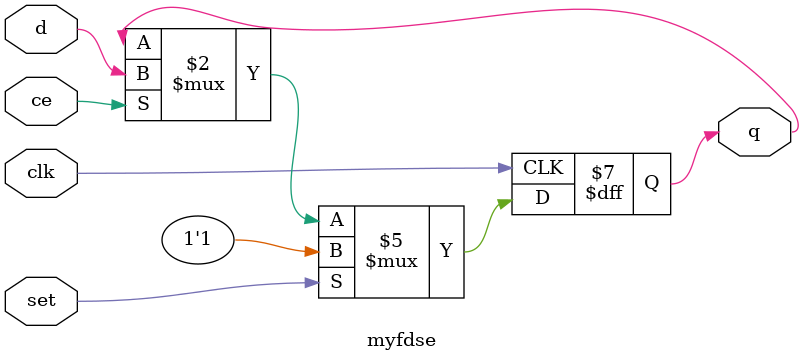
<source format=sv>
module myfdse
(
  input logic clk,
  input logic set,
  input logic ce,
  input logic d,
  output logic q
);

  always_ff @(posedge clk) begin
    if (set) begin
      q <= '1;
    end else if (ce) begin
      q <= d;
    end
  end
endmodule

</source>
